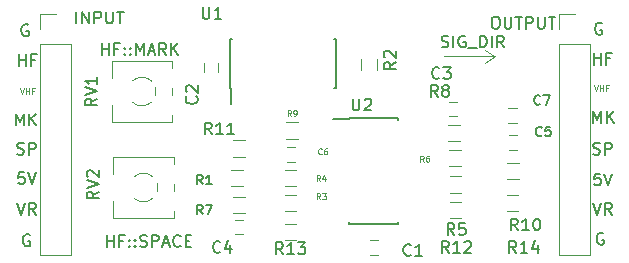
<source format=gbr>
%TF.GenerationSoftware,KiCad,Pcbnew,(5.1.10)-1*%
%TF.CreationDate,2023-08-07T22:14:49-05:00*%
%TF.ProjectId,auxFilter,61757846-696c-4746-9572-2e6b69636164,rev?*%
%TF.SameCoordinates,Original*%
%TF.FileFunction,Legend,Top*%
%TF.FilePolarity,Positive*%
%FSLAX46Y46*%
G04 Gerber Fmt 4.6, Leading zero omitted, Abs format (unit mm)*
G04 Created by KiCad (PCBNEW (5.1.10)-1) date 2023-08-07 22:14:49*
%MOMM*%
%LPD*%
G01*
G04 APERTURE LIST*
%ADD10C,0.150000*%
%ADD11C,0.120000*%
%ADD12C,0.125000*%
G04 APERTURE END LIST*
D10*
X153741738Y-95654880D02*
X153932214Y-95654880D01*
X154027452Y-95702500D01*
X154122690Y-95797738D01*
X154170309Y-95988214D01*
X154170309Y-96321547D01*
X154122690Y-96512023D01*
X154027452Y-96607261D01*
X153932214Y-96654880D01*
X153741738Y-96654880D01*
X153646500Y-96607261D01*
X153551261Y-96512023D01*
X153503642Y-96321547D01*
X153503642Y-95988214D01*
X153551261Y-95797738D01*
X153646500Y-95702500D01*
X153741738Y-95654880D01*
X154598880Y-95654880D02*
X154598880Y-96464404D01*
X154646500Y-96559642D01*
X154694119Y-96607261D01*
X154789357Y-96654880D01*
X154979833Y-96654880D01*
X155075071Y-96607261D01*
X155122690Y-96559642D01*
X155170309Y-96464404D01*
X155170309Y-95654880D01*
X155503642Y-95654880D02*
X156075071Y-95654880D01*
X155789357Y-96654880D02*
X155789357Y-95654880D01*
X156408404Y-96654880D02*
X156408404Y-95654880D01*
X156789357Y-95654880D01*
X156884595Y-95702500D01*
X156932214Y-95750119D01*
X156979833Y-95845357D01*
X156979833Y-95988214D01*
X156932214Y-96083452D01*
X156884595Y-96131071D01*
X156789357Y-96178690D01*
X156408404Y-96178690D01*
X157408404Y-95654880D02*
X157408404Y-96464404D01*
X157456023Y-96559642D01*
X157503642Y-96607261D01*
X157598880Y-96654880D01*
X157789357Y-96654880D01*
X157884595Y-96607261D01*
X157932214Y-96559642D01*
X157979833Y-96464404D01*
X157979833Y-95654880D01*
X158313166Y-95654880D02*
X158884595Y-95654880D01*
X158598880Y-96654880D02*
X158598880Y-95654880D01*
X118340428Y-96210380D02*
X118340428Y-95210380D01*
X118816619Y-96210380D02*
X118816619Y-95210380D01*
X119388047Y-96210380D01*
X119388047Y-95210380D01*
X119864238Y-96210380D02*
X119864238Y-95210380D01*
X120245190Y-95210380D01*
X120340428Y-95258000D01*
X120388047Y-95305619D01*
X120435666Y-95400857D01*
X120435666Y-95543714D01*
X120388047Y-95638952D01*
X120340428Y-95686571D01*
X120245190Y-95734190D01*
X119864238Y-95734190D01*
X120864238Y-95210380D02*
X120864238Y-96019904D01*
X120911857Y-96115142D01*
X120959476Y-96162761D01*
X121054714Y-96210380D01*
X121245190Y-96210380D01*
X121340428Y-96162761D01*
X121388047Y-96115142D01*
X121435666Y-96019904D01*
X121435666Y-95210380D01*
X121769000Y-95210380D02*
X122340428Y-95210380D01*
X122054714Y-96210380D02*
X122054714Y-95210380D01*
D11*
X153797000Y-98996500D02*
X152908000Y-99568000D01*
X153733500Y-98996500D02*
X152908000Y-98488500D01*
X149479000Y-98996500D02*
X153733500Y-98996500D01*
D10*
X149249142Y-98194761D02*
X149392000Y-98242380D01*
X149630095Y-98242380D01*
X149725333Y-98194761D01*
X149772952Y-98147142D01*
X149820571Y-98051904D01*
X149820571Y-97956666D01*
X149772952Y-97861428D01*
X149725333Y-97813809D01*
X149630095Y-97766190D01*
X149439619Y-97718571D01*
X149344380Y-97670952D01*
X149296761Y-97623333D01*
X149249142Y-97528095D01*
X149249142Y-97432857D01*
X149296761Y-97337619D01*
X149344380Y-97290000D01*
X149439619Y-97242380D01*
X149677714Y-97242380D01*
X149820571Y-97290000D01*
X150249142Y-98242380D02*
X150249142Y-97242380D01*
X151249142Y-97290000D02*
X151153904Y-97242380D01*
X151011047Y-97242380D01*
X150868190Y-97290000D01*
X150772952Y-97385238D01*
X150725333Y-97480476D01*
X150677714Y-97670952D01*
X150677714Y-97813809D01*
X150725333Y-98004285D01*
X150772952Y-98099523D01*
X150868190Y-98194761D01*
X151011047Y-98242380D01*
X151106285Y-98242380D01*
X151249142Y-98194761D01*
X151296761Y-98147142D01*
X151296761Y-97813809D01*
X151106285Y-97813809D01*
X151487238Y-98337619D02*
X152249142Y-98337619D01*
X152487238Y-98242380D02*
X152487238Y-97242380D01*
X152725333Y-97242380D01*
X152868190Y-97290000D01*
X152963428Y-97385238D01*
X153011047Y-97480476D01*
X153058666Y-97670952D01*
X153058666Y-97813809D01*
X153011047Y-98004285D01*
X152963428Y-98099523D01*
X152868190Y-98194761D01*
X152725333Y-98242380D01*
X152487238Y-98242380D01*
X153487238Y-98242380D02*
X153487238Y-97242380D01*
X154534857Y-98242380D02*
X154201523Y-97766190D01*
X153963428Y-98242380D02*
X153963428Y-97242380D01*
X154344380Y-97242380D01*
X154439619Y-97290000D01*
X154487238Y-97337619D01*
X154534857Y-97432857D01*
X154534857Y-97575714D01*
X154487238Y-97670952D01*
X154439619Y-97718571D01*
X154344380Y-97766190D01*
X153963428Y-97766190D01*
X162948904Y-113990500D02*
X162853666Y-113942880D01*
X162710809Y-113942880D01*
X162567952Y-113990500D01*
X162472714Y-114085738D01*
X162425095Y-114180976D01*
X162377476Y-114371452D01*
X162377476Y-114514309D01*
X162425095Y-114704785D01*
X162472714Y-114800023D01*
X162567952Y-114895261D01*
X162710809Y-114942880D01*
X162806047Y-114942880D01*
X162948904Y-114895261D01*
X162996523Y-114847642D01*
X162996523Y-114514309D01*
X162806047Y-114514309D01*
X162107666Y-111402880D02*
X162441000Y-112402880D01*
X162774333Y-111402880D01*
X163679095Y-112402880D02*
X163345761Y-111926690D01*
X163107666Y-112402880D02*
X163107666Y-111402880D01*
X163488619Y-111402880D01*
X163583857Y-111450500D01*
X163631476Y-111498119D01*
X163679095Y-111593357D01*
X163679095Y-111736214D01*
X163631476Y-111831452D01*
X163583857Y-111879071D01*
X163488619Y-111926690D01*
X163107666Y-111926690D01*
X162687023Y-108926380D02*
X162210833Y-108926380D01*
X162163214Y-109402571D01*
X162210833Y-109354952D01*
X162306071Y-109307333D01*
X162544166Y-109307333D01*
X162639404Y-109354952D01*
X162687023Y-109402571D01*
X162734642Y-109497809D01*
X162734642Y-109735904D01*
X162687023Y-109831142D01*
X162639404Y-109878761D01*
X162544166Y-109926380D01*
X162306071Y-109926380D01*
X162210833Y-109878761D01*
X162163214Y-109831142D01*
X163020357Y-108926380D02*
X163353690Y-109926380D01*
X163687023Y-108926380D01*
X162091785Y-107275261D02*
X162234642Y-107322880D01*
X162472738Y-107322880D01*
X162567976Y-107275261D01*
X162615595Y-107227642D01*
X162663214Y-107132404D01*
X162663214Y-107037166D01*
X162615595Y-106941928D01*
X162567976Y-106894309D01*
X162472738Y-106846690D01*
X162282261Y-106799071D01*
X162187023Y-106751452D01*
X162139404Y-106703833D01*
X162091785Y-106608595D01*
X162091785Y-106513357D01*
X162139404Y-106418119D01*
X162187023Y-106370500D01*
X162282261Y-106322880D01*
X162520357Y-106322880D01*
X162663214Y-106370500D01*
X163091785Y-107322880D02*
X163091785Y-106322880D01*
X163472738Y-106322880D01*
X163567976Y-106370500D01*
X163615595Y-106418119D01*
X163663214Y-106513357D01*
X163663214Y-106656214D01*
X163615595Y-106751452D01*
X163567976Y-106799071D01*
X163472738Y-106846690D01*
X163091785Y-106846690D01*
X162107666Y-104655880D02*
X162107666Y-103655880D01*
X162441000Y-104370166D01*
X162774333Y-103655880D01*
X162774333Y-104655880D01*
X163250523Y-104655880D02*
X163250523Y-103655880D01*
X163821952Y-104655880D02*
X163393380Y-104084452D01*
X163821952Y-103655880D02*
X163250523Y-104227309D01*
D12*
X162171142Y-101453190D02*
X162337809Y-101953190D01*
X162504476Y-101453190D01*
X162671142Y-101953190D02*
X162671142Y-101453190D01*
X162671142Y-101691285D02*
X162956857Y-101691285D01*
X162956857Y-101953190D02*
X162956857Y-101453190D01*
X163361619Y-101691285D02*
X163194952Y-101691285D01*
X163194952Y-101953190D02*
X163194952Y-101453190D01*
X163433047Y-101453190D01*
D10*
X162163214Y-99702880D02*
X162163214Y-98702880D01*
X162163214Y-99179071D02*
X162734642Y-99179071D01*
X162734642Y-99702880D02*
X162734642Y-98702880D01*
X163544166Y-99179071D02*
X163210833Y-99179071D01*
X163210833Y-99702880D02*
X163210833Y-98702880D01*
X163687023Y-98702880D01*
X162821904Y-96210500D02*
X162726666Y-96162880D01*
X162583809Y-96162880D01*
X162440952Y-96210500D01*
X162345714Y-96305738D01*
X162298095Y-96400976D01*
X162250476Y-96591452D01*
X162250476Y-96734309D01*
X162298095Y-96924785D01*
X162345714Y-97020023D01*
X162440952Y-97115261D01*
X162583809Y-97162880D01*
X162679047Y-97162880D01*
X162821904Y-97115261D01*
X162869523Y-97067642D01*
X162869523Y-96734309D01*
X162679047Y-96734309D01*
X114371404Y-114117500D02*
X114276166Y-114069880D01*
X114133309Y-114069880D01*
X113990452Y-114117500D01*
X113895214Y-114212738D01*
X113847595Y-114307976D01*
X113799976Y-114498452D01*
X113799976Y-114641309D01*
X113847595Y-114831785D01*
X113895214Y-114927023D01*
X113990452Y-115022261D01*
X114133309Y-115069880D01*
X114228547Y-115069880D01*
X114371404Y-115022261D01*
X114419023Y-114974642D01*
X114419023Y-114641309D01*
X114228547Y-114641309D01*
X113339666Y-111402880D02*
X113673000Y-112402880D01*
X114006333Y-111402880D01*
X114911095Y-112402880D02*
X114577761Y-111926690D01*
X114339666Y-112402880D02*
X114339666Y-111402880D01*
X114720619Y-111402880D01*
X114815857Y-111450500D01*
X114863476Y-111498119D01*
X114911095Y-111593357D01*
X114911095Y-111736214D01*
X114863476Y-111831452D01*
X114815857Y-111879071D01*
X114720619Y-111926690D01*
X114339666Y-111926690D01*
X113919023Y-108799380D02*
X113442833Y-108799380D01*
X113395214Y-109275571D01*
X113442833Y-109227952D01*
X113538071Y-109180333D01*
X113776166Y-109180333D01*
X113871404Y-109227952D01*
X113919023Y-109275571D01*
X113966642Y-109370809D01*
X113966642Y-109608904D01*
X113919023Y-109704142D01*
X113871404Y-109751761D01*
X113776166Y-109799380D01*
X113538071Y-109799380D01*
X113442833Y-109751761D01*
X113395214Y-109704142D01*
X114252357Y-108799380D02*
X114585690Y-109799380D01*
X114919023Y-108799380D01*
X113323785Y-107275261D02*
X113466642Y-107322880D01*
X113704738Y-107322880D01*
X113799976Y-107275261D01*
X113847595Y-107227642D01*
X113895214Y-107132404D01*
X113895214Y-107037166D01*
X113847595Y-106941928D01*
X113799976Y-106894309D01*
X113704738Y-106846690D01*
X113514261Y-106799071D01*
X113419023Y-106751452D01*
X113371404Y-106703833D01*
X113323785Y-106608595D01*
X113323785Y-106513357D01*
X113371404Y-106418119D01*
X113419023Y-106370500D01*
X113514261Y-106322880D01*
X113752357Y-106322880D01*
X113895214Y-106370500D01*
X114323785Y-107322880D02*
X114323785Y-106322880D01*
X114704738Y-106322880D01*
X114799976Y-106370500D01*
X114847595Y-106418119D01*
X114895214Y-106513357D01*
X114895214Y-106656214D01*
X114847595Y-106751452D01*
X114799976Y-106799071D01*
X114704738Y-106846690D01*
X114323785Y-106846690D01*
X113212666Y-104846380D02*
X113212666Y-103846380D01*
X113546000Y-104560666D01*
X113879333Y-103846380D01*
X113879333Y-104846380D01*
X114355523Y-104846380D02*
X114355523Y-103846380D01*
X114926952Y-104846380D02*
X114498380Y-104274952D01*
X114926952Y-103846380D02*
X114355523Y-104417809D01*
D12*
X113530142Y-101707190D02*
X113696809Y-102207190D01*
X113863476Y-101707190D01*
X114030142Y-102207190D02*
X114030142Y-101707190D01*
X114030142Y-101945285D02*
X114315857Y-101945285D01*
X114315857Y-102207190D02*
X114315857Y-101707190D01*
X114720619Y-101945285D02*
X114553952Y-101945285D01*
X114553952Y-102207190D02*
X114553952Y-101707190D01*
X114792047Y-101707190D01*
D10*
X113458714Y-99829880D02*
X113458714Y-98829880D01*
X113458714Y-99306071D02*
X114030142Y-99306071D01*
X114030142Y-99829880D02*
X114030142Y-98829880D01*
X114839666Y-99306071D02*
X114506333Y-99306071D01*
X114506333Y-99829880D02*
X114506333Y-98829880D01*
X114982523Y-98829880D01*
X114244404Y-96337500D02*
X114149166Y-96289880D01*
X114006309Y-96289880D01*
X113863452Y-96337500D01*
X113768214Y-96432738D01*
X113720595Y-96527976D01*
X113672976Y-96718452D01*
X113672976Y-96861309D01*
X113720595Y-97051785D01*
X113768214Y-97147023D01*
X113863452Y-97242261D01*
X114006309Y-97289880D01*
X114101547Y-97289880D01*
X114244404Y-97242261D01*
X114292023Y-97194642D01*
X114292023Y-96861309D01*
X114101547Y-96861309D01*
X120912380Y-115133380D02*
X120912380Y-114133380D01*
X120912380Y-114609571D02*
X121483809Y-114609571D01*
X121483809Y-115133380D02*
X121483809Y-114133380D01*
X122293333Y-114609571D02*
X121960000Y-114609571D01*
X121960000Y-115133380D02*
X121960000Y-114133380D01*
X122436190Y-114133380D01*
X122817142Y-115038142D02*
X122864761Y-115085761D01*
X122817142Y-115133380D01*
X122769523Y-115085761D01*
X122817142Y-115038142D01*
X122817142Y-115133380D01*
X122817142Y-114514333D02*
X122864761Y-114561952D01*
X122817142Y-114609571D01*
X122769523Y-114561952D01*
X122817142Y-114514333D01*
X122817142Y-114609571D01*
X123293333Y-115038142D02*
X123340952Y-115085761D01*
X123293333Y-115133380D01*
X123245714Y-115085761D01*
X123293333Y-115038142D01*
X123293333Y-115133380D01*
X123293333Y-114514333D02*
X123340952Y-114561952D01*
X123293333Y-114609571D01*
X123245714Y-114561952D01*
X123293333Y-114514333D01*
X123293333Y-114609571D01*
X123721904Y-115085761D02*
X123864761Y-115133380D01*
X124102857Y-115133380D01*
X124198095Y-115085761D01*
X124245714Y-115038142D01*
X124293333Y-114942904D01*
X124293333Y-114847666D01*
X124245714Y-114752428D01*
X124198095Y-114704809D01*
X124102857Y-114657190D01*
X123912380Y-114609571D01*
X123817142Y-114561952D01*
X123769523Y-114514333D01*
X123721904Y-114419095D01*
X123721904Y-114323857D01*
X123769523Y-114228619D01*
X123817142Y-114181000D01*
X123912380Y-114133380D01*
X124150476Y-114133380D01*
X124293333Y-114181000D01*
X124721904Y-115133380D02*
X124721904Y-114133380D01*
X125102857Y-114133380D01*
X125198095Y-114181000D01*
X125245714Y-114228619D01*
X125293333Y-114323857D01*
X125293333Y-114466714D01*
X125245714Y-114561952D01*
X125198095Y-114609571D01*
X125102857Y-114657190D01*
X124721904Y-114657190D01*
X125674285Y-114847666D02*
X126150476Y-114847666D01*
X125579047Y-115133380D02*
X125912380Y-114133380D01*
X126245714Y-115133380D01*
X127150476Y-115038142D02*
X127102857Y-115085761D01*
X126960000Y-115133380D01*
X126864761Y-115133380D01*
X126721904Y-115085761D01*
X126626666Y-114990523D01*
X126579047Y-114895285D01*
X126531428Y-114704809D01*
X126531428Y-114561952D01*
X126579047Y-114371476D01*
X126626666Y-114276238D01*
X126721904Y-114181000D01*
X126864761Y-114133380D01*
X126960000Y-114133380D01*
X127102857Y-114181000D01*
X127150476Y-114228619D01*
X127579047Y-114609571D02*
X127912380Y-114609571D01*
X128055238Y-115133380D02*
X127579047Y-115133380D01*
X127579047Y-114133380D01*
X128055238Y-114133380D01*
X120507523Y-98877380D02*
X120507523Y-97877380D01*
X120507523Y-98353571D02*
X121078952Y-98353571D01*
X121078952Y-98877380D02*
X121078952Y-97877380D01*
X121888476Y-98353571D02*
X121555142Y-98353571D01*
X121555142Y-98877380D02*
X121555142Y-97877380D01*
X122031333Y-97877380D01*
X122412285Y-98782142D02*
X122459904Y-98829761D01*
X122412285Y-98877380D01*
X122364666Y-98829761D01*
X122412285Y-98782142D01*
X122412285Y-98877380D01*
X122412285Y-98258333D02*
X122459904Y-98305952D01*
X122412285Y-98353571D01*
X122364666Y-98305952D01*
X122412285Y-98258333D01*
X122412285Y-98353571D01*
X122888476Y-98782142D02*
X122936095Y-98829761D01*
X122888476Y-98877380D01*
X122840857Y-98829761D01*
X122888476Y-98782142D01*
X122888476Y-98877380D01*
X122888476Y-98258333D02*
X122936095Y-98305952D01*
X122888476Y-98353571D01*
X122840857Y-98305952D01*
X122888476Y-98258333D01*
X122888476Y-98353571D01*
X123364666Y-98877380D02*
X123364666Y-97877380D01*
X123698000Y-98591666D01*
X124031333Y-97877380D01*
X124031333Y-98877380D01*
X124459904Y-98591666D02*
X124936095Y-98591666D01*
X124364666Y-98877380D02*
X124698000Y-97877380D01*
X125031333Y-98877380D01*
X125936095Y-98877380D02*
X125602761Y-98401190D01*
X125364666Y-98877380D02*
X125364666Y-97877380D01*
X125745619Y-97877380D01*
X125840857Y-97925000D01*
X125888476Y-97972619D01*
X125936095Y-98067857D01*
X125936095Y-98210714D01*
X125888476Y-98305952D01*
X125840857Y-98353571D01*
X125745619Y-98401190D01*
X125364666Y-98401190D01*
X126364666Y-98877380D02*
X126364666Y-97877380D01*
X126936095Y-98877380D02*
X126507523Y-98305952D01*
X126936095Y-97877380D02*
X126364666Y-98448809D01*
D11*
%TO.C,C1*%
X143160000Y-114589000D02*
X143860000Y-114589000D01*
X143860000Y-115789000D02*
X143160000Y-115789000D01*
%TO.C,C2*%
X129130500Y-100301500D02*
X129130500Y-99601500D01*
X130330500Y-99601500D02*
X130330500Y-100301500D01*
%TO.C,C3*%
X149878300Y-102879600D02*
X150578300Y-102879600D01*
X150578300Y-104079600D02*
X149878300Y-104079600D01*
%TO.C,C4*%
X131730000Y-112874500D02*
X132430000Y-112874500D01*
X132430000Y-114074500D02*
X131730000Y-114074500D01*
%TO.C,C5*%
X155671000Y-106899000D02*
X154971000Y-106899000D01*
X154971000Y-105699000D02*
X155671000Y-105699000D01*
%TO.C,C6*%
X136875000Y-107915000D02*
X136175000Y-107915000D01*
X136175000Y-106715000D02*
X136875000Y-106715000D01*
%TO.C,C7*%
X154907500Y-103413000D02*
X155607500Y-103413000D01*
X155607500Y-104613000D02*
X154907500Y-104613000D01*
%TO.C,J1*%
X115256000Y-95380500D02*
X116586000Y-95380500D01*
X115256000Y-96710500D02*
X115256000Y-95380500D01*
X115256000Y-97980500D02*
X117916000Y-97980500D01*
X117916000Y-97980500D02*
X117916000Y-115820500D01*
X115256000Y-97980500D02*
X115256000Y-115820500D01*
X115256000Y-115820500D02*
X117916000Y-115820500D01*
%TO.C,J2*%
X159198000Y-115820500D02*
X161858000Y-115820500D01*
X159198000Y-97980500D02*
X159198000Y-115820500D01*
X161858000Y-97980500D02*
X161858000Y-115820500D01*
X159198000Y-97980500D02*
X161858000Y-97980500D01*
X159198000Y-96710500D02*
X159198000Y-95380500D01*
X159198000Y-95380500D02*
X160528000Y-95380500D01*
%TO.C,R1*%
X131453000Y-108603500D02*
X132453000Y-108603500D01*
X132453000Y-109963500D02*
X131453000Y-109963500D01*
%TO.C,R2*%
X142449000Y-100195000D02*
X142449000Y-99195000D01*
X143809000Y-99195000D02*
X143809000Y-100195000D01*
%TO.C,R3*%
X136961500Y-112122500D02*
X135961500Y-112122500D01*
X135961500Y-110762500D02*
X136961500Y-110762500D01*
%TO.C,R4*%
X135961500Y-108603500D02*
X136961500Y-108603500D01*
X136961500Y-109963500D02*
X135961500Y-109963500D01*
%TO.C,R5*%
X149931500Y-109175000D02*
X150931500Y-109175000D01*
X150931500Y-110535000D02*
X149931500Y-110535000D01*
%TO.C,R6*%
X150868000Y-108312500D02*
X149868000Y-108312500D01*
X149868000Y-106952500D02*
X150868000Y-106952500D01*
%TO.C,R7*%
X132580000Y-112249500D02*
X131580000Y-112249500D01*
X131580000Y-110889500D02*
X132580000Y-110889500D01*
%TO.C,R8*%
X149825000Y-104793500D02*
X150825000Y-104793500D01*
X150825000Y-106153500D02*
X149825000Y-106153500D01*
%TO.C,R9*%
X137088500Y-105963000D02*
X136088500Y-105963000D01*
X136088500Y-104603000D02*
X137088500Y-104603000D01*
%TO.C,R10*%
X154821000Y-108032000D02*
X155821000Y-108032000D01*
X155821000Y-109392000D02*
X154821000Y-109392000D01*
%TO.C,R11*%
X132580000Y-107487000D02*
X131580000Y-107487000D01*
X131580000Y-106127000D02*
X132580000Y-106127000D01*
%TO.C,R12*%
X149931500Y-111334000D02*
X150931500Y-111334000D01*
X150931500Y-112694000D02*
X149931500Y-112694000D01*
%TO.C,R13*%
X136961500Y-114535500D02*
X135961500Y-114535500D01*
X135961500Y-113175500D02*
X136961500Y-113175500D01*
%TO.C,R14*%
X154757500Y-110762500D02*
X155757500Y-110762500D01*
X155757500Y-112122500D02*
X154757500Y-112122500D01*
%TO.C,RV1*%
X121328500Y-99421000D02*
X126448500Y-99421000D01*
X121328500Y-104541000D02*
X126448500Y-104541000D01*
X121328500Y-99421000D02*
X121328500Y-100801000D01*
X121328500Y-103161000D02*
X121328500Y-104541000D01*
X126448500Y-99421000D02*
X126448500Y-100001000D01*
X126448500Y-101661000D02*
X126448500Y-102301000D01*
X126448500Y-103961000D02*
X126448500Y-104541000D01*
X124713718Y-102865938D02*
G75*
G02*
X123888500Y-103191000I-825218J884938D01*
G01*
X125047110Y-101646149D02*
G75*
G02*
X125048500Y-102311000I-1158610J-334851D01*
G01*
X123068542Y-101091636D02*
G75*
G02*
X124718500Y-101101000I819958J-889364D01*
G01*
X123909694Y-103197778D02*
G75*
G02*
X123058500Y-102871000I-21194J1216778D01*
G01*
%TO.C,RV2*%
X126575500Y-112089000D02*
X126575500Y-112669000D01*
X126575500Y-109789000D02*
X126575500Y-110429000D01*
X126575500Y-107549000D02*
X126575500Y-108129000D01*
X121455500Y-111289000D02*
X121455500Y-112669000D01*
X121455500Y-107549000D02*
X121455500Y-108929000D01*
X121455500Y-112669000D02*
X126575500Y-112669000D01*
X121455500Y-107549000D02*
X126575500Y-107549000D01*
X124036694Y-111325778D02*
G75*
G02*
X123185500Y-110999000I-21194J1216778D01*
G01*
X123195542Y-109219636D02*
G75*
G02*
X124845500Y-109229000I819958J-889364D01*
G01*
X125174110Y-109774149D02*
G75*
G02*
X125175500Y-110439000I-1158610J-334851D01*
G01*
X124840718Y-110993938D02*
G75*
G02*
X124015500Y-111319000I-825218J884938D01*
G01*
D10*
%TO.C,U1*%
X131376500Y-101706500D02*
X131401500Y-101706500D01*
X131376500Y-97556500D02*
X131491500Y-97556500D01*
X140276500Y-97556500D02*
X140161500Y-97556500D01*
X140276500Y-101706500D02*
X140161500Y-101706500D01*
X131376500Y-101706500D02*
X131376500Y-97556500D01*
X140276500Y-101706500D02*
X140276500Y-97556500D01*
X131401500Y-101706500D02*
X131401500Y-103081500D01*
%TO.C,U2*%
X141435000Y-104287000D02*
X140060000Y-104287000D01*
X141435000Y-113162000D02*
X145585000Y-113162000D01*
X141435000Y-104262000D02*
X145585000Y-104262000D01*
X141435000Y-113162000D02*
X141435000Y-113047000D01*
X145585000Y-113162000D02*
X145585000Y-113047000D01*
X145585000Y-104262000D02*
X145585000Y-104377000D01*
X141435000Y-104262000D02*
X141435000Y-104287000D01*
%TO.C,C1*%
X146645333Y-115800142D02*
X146597714Y-115847761D01*
X146454857Y-115895380D01*
X146359619Y-115895380D01*
X146216761Y-115847761D01*
X146121523Y-115752523D01*
X146073904Y-115657285D01*
X146026285Y-115466809D01*
X146026285Y-115323952D01*
X146073904Y-115133476D01*
X146121523Y-115038238D01*
X146216761Y-114943000D01*
X146359619Y-114895380D01*
X146454857Y-114895380D01*
X146597714Y-114943000D01*
X146645333Y-114990619D01*
X147597714Y-115895380D02*
X147026285Y-115895380D01*
X147312000Y-115895380D02*
X147312000Y-114895380D01*
X147216761Y-115038238D01*
X147121523Y-115133476D01*
X147026285Y-115181095D01*
%TO.C,C2*%
X128500142Y-102401666D02*
X128547761Y-102449285D01*
X128595380Y-102592142D01*
X128595380Y-102687380D01*
X128547761Y-102830238D01*
X128452523Y-102925476D01*
X128357285Y-102973095D01*
X128166809Y-103020714D01*
X128023952Y-103020714D01*
X127833476Y-102973095D01*
X127738238Y-102925476D01*
X127643000Y-102830238D01*
X127595380Y-102687380D01*
X127595380Y-102592142D01*
X127643000Y-102449285D01*
X127690619Y-102401666D01*
X127690619Y-102020714D02*
X127643000Y-101973095D01*
X127595380Y-101877857D01*
X127595380Y-101639761D01*
X127643000Y-101544523D01*
X127690619Y-101496904D01*
X127785857Y-101449285D01*
X127881095Y-101449285D01*
X128023952Y-101496904D01*
X128595380Y-102068333D01*
X128595380Y-101449285D01*
%TO.C,C3*%
X149058333Y-100814142D02*
X149010714Y-100861761D01*
X148867857Y-100909380D01*
X148772619Y-100909380D01*
X148629761Y-100861761D01*
X148534523Y-100766523D01*
X148486904Y-100671285D01*
X148439285Y-100480809D01*
X148439285Y-100337952D01*
X148486904Y-100147476D01*
X148534523Y-100052238D01*
X148629761Y-99957000D01*
X148772619Y-99909380D01*
X148867857Y-99909380D01*
X149010714Y-99957000D01*
X149058333Y-100004619D01*
X149391666Y-99909380D02*
X150010714Y-99909380D01*
X149677380Y-100290333D01*
X149820238Y-100290333D01*
X149915476Y-100337952D01*
X149963095Y-100385571D01*
X150010714Y-100480809D01*
X150010714Y-100718904D01*
X149963095Y-100814142D01*
X149915476Y-100861761D01*
X149820238Y-100909380D01*
X149534523Y-100909380D01*
X149439285Y-100861761D01*
X149391666Y-100814142D01*
%TO.C,C4*%
X130516333Y-115546142D02*
X130468714Y-115593761D01*
X130325857Y-115641380D01*
X130230619Y-115641380D01*
X130087761Y-115593761D01*
X129992523Y-115498523D01*
X129944904Y-115403285D01*
X129897285Y-115212809D01*
X129897285Y-115069952D01*
X129944904Y-114879476D01*
X129992523Y-114784238D01*
X130087761Y-114689000D01*
X130230619Y-114641380D01*
X130325857Y-114641380D01*
X130468714Y-114689000D01*
X130516333Y-114736619D01*
X131373476Y-114974714D02*
X131373476Y-115641380D01*
X131135380Y-114593761D02*
X130897285Y-115308047D01*
X131516333Y-115308047D01*
%TO.C,C5*%
X157727666Y-105695714D02*
X157689571Y-105733809D01*
X157575285Y-105771904D01*
X157499095Y-105771904D01*
X157384809Y-105733809D01*
X157308619Y-105657619D01*
X157270523Y-105581428D01*
X157232428Y-105429047D01*
X157232428Y-105314761D01*
X157270523Y-105162380D01*
X157308619Y-105086190D01*
X157384809Y-105010000D01*
X157499095Y-104971904D01*
X157575285Y-104971904D01*
X157689571Y-105010000D01*
X157727666Y-105048095D01*
X158451476Y-104971904D02*
X158070523Y-104971904D01*
X158032428Y-105352857D01*
X158070523Y-105314761D01*
X158146714Y-105276666D01*
X158337190Y-105276666D01*
X158413380Y-105314761D01*
X158451476Y-105352857D01*
X158489571Y-105429047D01*
X158489571Y-105619523D01*
X158451476Y-105695714D01*
X158413380Y-105733809D01*
X158337190Y-105771904D01*
X158146714Y-105771904D01*
X158070523Y-105733809D01*
X158032428Y-105695714D01*
%TO.C,C6*%
D12*
X139108666Y-107239571D02*
X139084857Y-107263380D01*
X139013428Y-107287190D01*
X138965809Y-107287190D01*
X138894380Y-107263380D01*
X138846761Y-107215761D01*
X138822952Y-107168142D01*
X138799142Y-107072904D01*
X138799142Y-107001476D01*
X138822952Y-106906238D01*
X138846761Y-106858619D01*
X138894380Y-106811000D01*
X138965809Y-106787190D01*
X139013428Y-106787190D01*
X139084857Y-106811000D01*
X139108666Y-106834809D01*
X139537238Y-106787190D02*
X139442000Y-106787190D01*
X139394380Y-106811000D01*
X139370571Y-106834809D01*
X139322952Y-106906238D01*
X139299142Y-107001476D01*
X139299142Y-107191952D01*
X139322952Y-107239571D01*
X139346761Y-107263380D01*
X139394380Y-107287190D01*
X139489619Y-107287190D01*
X139537238Y-107263380D01*
X139561047Y-107239571D01*
X139584857Y-107191952D01*
X139584857Y-107072904D01*
X139561047Y-107025285D01*
X139537238Y-107001476D01*
X139489619Y-106977666D01*
X139394380Y-106977666D01*
X139346761Y-107001476D01*
X139322952Y-107025285D01*
X139299142Y-107072904D01*
%TO.C,C7*%
D10*
X157600666Y-103028714D02*
X157562571Y-103066809D01*
X157448285Y-103104904D01*
X157372095Y-103104904D01*
X157257809Y-103066809D01*
X157181619Y-102990619D01*
X157143523Y-102914428D01*
X157105428Y-102762047D01*
X157105428Y-102647761D01*
X157143523Y-102495380D01*
X157181619Y-102419190D01*
X157257809Y-102343000D01*
X157372095Y-102304904D01*
X157448285Y-102304904D01*
X157562571Y-102343000D01*
X157600666Y-102381095D01*
X157867333Y-102304904D02*
X158400666Y-102304904D01*
X158057809Y-103104904D01*
%TO.C,R1*%
X129025666Y-109835904D02*
X128759000Y-109454952D01*
X128568523Y-109835904D02*
X128568523Y-109035904D01*
X128873285Y-109035904D01*
X128949476Y-109074000D01*
X128987571Y-109112095D01*
X129025666Y-109188285D01*
X129025666Y-109302571D01*
X128987571Y-109378761D01*
X128949476Y-109416857D01*
X128873285Y-109454952D01*
X128568523Y-109454952D01*
X129787571Y-109835904D02*
X129330428Y-109835904D01*
X129559000Y-109835904D02*
X129559000Y-109035904D01*
X129482809Y-109150190D01*
X129406619Y-109226380D01*
X129330428Y-109264476D01*
%TO.C,R2*%
X145359380Y-99480666D02*
X144883190Y-99814000D01*
X145359380Y-100052095D02*
X144359380Y-100052095D01*
X144359380Y-99671142D01*
X144407000Y-99575904D01*
X144454619Y-99528285D01*
X144549857Y-99480666D01*
X144692714Y-99480666D01*
X144787952Y-99528285D01*
X144835571Y-99575904D01*
X144883190Y-99671142D01*
X144883190Y-100052095D01*
X144454619Y-99099714D02*
X144407000Y-99052095D01*
X144359380Y-98956857D01*
X144359380Y-98718761D01*
X144407000Y-98623523D01*
X144454619Y-98575904D01*
X144549857Y-98528285D01*
X144645095Y-98528285D01*
X144787952Y-98575904D01*
X145359380Y-99147333D01*
X145359380Y-98528285D01*
%TO.C,R3*%
D12*
X138981666Y-111097190D02*
X138815000Y-110859095D01*
X138695952Y-111097190D02*
X138695952Y-110597190D01*
X138886428Y-110597190D01*
X138934047Y-110621000D01*
X138957857Y-110644809D01*
X138981666Y-110692428D01*
X138981666Y-110763857D01*
X138957857Y-110811476D01*
X138934047Y-110835285D01*
X138886428Y-110859095D01*
X138695952Y-110859095D01*
X139148333Y-110597190D02*
X139457857Y-110597190D01*
X139291190Y-110787666D01*
X139362619Y-110787666D01*
X139410238Y-110811476D01*
X139434047Y-110835285D01*
X139457857Y-110882904D01*
X139457857Y-111001952D01*
X139434047Y-111049571D01*
X139410238Y-111073380D01*
X139362619Y-111097190D01*
X139219761Y-111097190D01*
X139172142Y-111073380D01*
X139148333Y-111049571D01*
%TO.C,R4*%
X138981666Y-109573190D02*
X138815000Y-109335095D01*
X138695952Y-109573190D02*
X138695952Y-109073190D01*
X138886428Y-109073190D01*
X138934047Y-109097000D01*
X138957857Y-109120809D01*
X138981666Y-109168428D01*
X138981666Y-109239857D01*
X138957857Y-109287476D01*
X138934047Y-109311285D01*
X138886428Y-109335095D01*
X138695952Y-109335095D01*
X139410238Y-109239857D02*
X139410238Y-109573190D01*
X139291190Y-109049380D02*
X139172142Y-109406523D01*
X139481666Y-109406523D01*
%TO.C,R5*%
D10*
X150328333Y-114117380D02*
X149995000Y-113641190D01*
X149756904Y-114117380D02*
X149756904Y-113117380D01*
X150137857Y-113117380D01*
X150233095Y-113165000D01*
X150280714Y-113212619D01*
X150328333Y-113307857D01*
X150328333Y-113450714D01*
X150280714Y-113545952D01*
X150233095Y-113593571D01*
X150137857Y-113641190D01*
X149756904Y-113641190D01*
X151233095Y-113117380D02*
X150756904Y-113117380D01*
X150709285Y-113593571D01*
X150756904Y-113545952D01*
X150852142Y-113498333D01*
X151090238Y-113498333D01*
X151185476Y-113545952D01*
X151233095Y-113593571D01*
X151280714Y-113688809D01*
X151280714Y-113926904D01*
X151233095Y-114022142D01*
X151185476Y-114069761D01*
X151090238Y-114117380D01*
X150852142Y-114117380D01*
X150756904Y-114069761D01*
X150709285Y-114022142D01*
%TO.C,R6*%
D12*
X147744666Y-107922190D02*
X147578000Y-107684095D01*
X147458952Y-107922190D02*
X147458952Y-107422190D01*
X147649428Y-107422190D01*
X147697047Y-107446000D01*
X147720857Y-107469809D01*
X147744666Y-107517428D01*
X147744666Y-107588857D01*
X147720857Y-107636476D01*
X147697047Y-107660285D01*
X147649428Y-107684095D01*
X147458952Y-107684095D01*
X148173238Y-107422190D02*
X148078000Y-107422190D01*
X148030380Y-107446000D01*
X148006571Y-107469809D01*
X147958952Y-107541238D01*
X147935142Y-107636476D01*
X147935142Y-107826952D01*
X147958952Y-107874571D01*
X147982761Y-107898380D01*
X148030380Y-107922190D01*
X148125619Y-107922190D01*
X148173238Y-107898380D01*
X148197047Y-107874571D01*
X148220857Y-107826952D01*
X148220857Y-107707904D01*
X148197047Y-107660285D01*
X148173238Y-107636476D01*
X148125619Y-107612666D01*
X148030380Y-107612666D01*
X147982761Y-107636476D01*
X147958952Y-107660285D01*
X147935142Y-107707904D01*
%TO.C,R7*%
D10*
X129025666Y-112375904D02*
X128759000Y-111994952D01*
X128568523Y-112375904D02*
X128568523Y-111575904D01*
X128873285Y-111575904D01*
X128949476Y-111614000D01*
X128987571Y-111652095D01*
X129025666Y-111728285D01*
X129025666Y-111842571D01*
X128987571Y-111918761D01*
X128949476Y-111956857D01*
X128873285Y-111994952D01*
X128568523Y-111994952D01*
X129292333Y-111575904D02*
X129825666Y-111575904D01*
X129482809Y-112375904D01*
%TO.C,R8*%
X148931333Y-102433380D02*
X148598000Y-101957190D01*
X148359904Y-102433380D02*
X148359904Y-101433380D01*
X148740857Y-101433380D01*
X148836095Y-101481000D01*
X148883714Y-101528619D01*
X148931333Y-101623857D01*
X148931333Y-101766714D01*
X148883714Y-101861952D01*
X148836095Y-101909571D01*
X148740857Y-101957190D01*
X148359904Y-101957190D01*
X149502761Y-101861952D02*
X149407523Y-101814333D01*
X149359904Y-101766714D01*
X149312285Y-101671476D01*
X149312285Y-101623857D01*
X149359904Y-101528619D01*
X149407523Y-101481000D01*
X149502761Y-101433380D01*
X149693238Y-101433380D01*
X149788476Y-101481000D01*
X149836095Y-101528619D01*
X149883714Y-101623857D01*
X149883714Y-101671476D01*
X149836095Y-101766714D01*
X149788476Y-101814333D01*
X149693238Y-101861952D01*
X149502761Y-101861952D01*
X149407523Y-101909571D01*
X149359904Y-101957190D01*
X149312285Y-102052428D01*
X149312285Y-102242904D01*
X149359904Y-102338142D01*
X149407523Y-102385761D01*
X149502761Y-102433380D01*
X149693238Y-102433380D01*
X149788476Y-102385761D01*
X149836095Y-102338142D01*
X149883714Y-102242904D01*
X149883714Y-102052428D01*
X149836095Y-101957190D01*
X149788476Y-101909571D01*
X149693238Y-101861952D01*
%TO.C,R9*%
D12*
X136505166Y-104059190D02*
X136338500Y-103821095D01*
X136219452Y-104059190D02*
X136219452Y-103559190D01*
X136409928Y-103559190D01*
X136457547Y-103583000D01*
X136481357Y-103606809D01*
X136505166Y-103654428D01*
X136505166Y-103725857D01*
X136481357Y-103773476D01*
X136457547Y-103797285D01*
X136409928Y-103821095D01*
X136219452Y-103821095D01*
X136743261Y-104059190D02*
X136838500Y-104059190D01*
X136886119Y-104035380D01*
X136909928Y-104011571D01*
X136957547Y-103940142D01*
X136981357Y-103844904D01*
X136981357Y-103654428D01*
X136957547Y-103606809D01*
X136933738Y-103583000D01*
X136886119Y-103559190D01*
X136790880Y-103559190D01*
X136743261Y-103583000D01*
X136719452Y-103606809D01*
X136695642Y-103654428D01*
X136695642Y-103773476D01*
X136719452Y-103821095D01*
X136743261Y-103844904D01*
X136790880Y-103868714D01*
X136886119Y-103868714D01*
X136933738Y-103844904D01*
X136957547Y-103821095D01*
X136981357Y-103773476D01*
%TO.C,R10*%
D10*
X155694142Y-113736380D02*
X155360809Y-113260190D01*
X155122714Y-113736380D02*
X155122714Y-112736380D01*
X155503666Y-112736380D01*
X155598904Y-112784000D01*
X155646523Y-112831619D01*
X155694142Y-112926857D01*
X155694142Y-113069714D01*
X155646523Y-113164952D01*
X155598904Y-113212571D01*
X155503666Y-113260190D01*
X155122714Y-113260190D01*
X156646523Y-113736380D02*
X156075095Y-113736380D01*
X156360809Y-113736380D02*
X156360809Y-112736380D01*
X156265571Y-112879238D01*
X156170333Y-112974476D01*
X156075095Y-113022095D01*
X157265571Y-112736380D02*
X157360809Y-112736380D01*
X157456047Y-112784000D01*
X157503666Y-112831619D01*
X157551285Y-112926857D01*
X157598904Y-113117333D01*
X157598904Y-113355428D01*
X157551285Y-113545904D01*
X157503666Y-113641142D01*
X157456047Y-113688761D01*
X157360809Y-113736380D01*
X157265571Y-113736380D01*
X157170333Y-113688761D01*
X157122714Y-113641142D01*
X157075095Y-113545904D01*
X157027476Y-113355428D01*
X157027476Y-113117333D01*
X157075095Y-112926857D01*
X157122714Y-112831619D01*
X157170333Y-112784000D01*
X157265571Y-112736380D01*
%TO.C,R11*%
X129786142Y-105608380D02*
X129452809Y-105132190D01*
X129214714Y-105608380D02*
X129214714Y-104608380D01*
X129595666Y-104608380D01*
X129690904Y-104656000D01*
X129738523Y-104703619D01*
X129786142Y-104798857D01*
X129786142Y-104941714D01*
X129738523Y-105036952D01*
X129690904Y-105084571D01*
X129595666Y-105132190D01*
X129214714Y-105132190D01*
X130738523Y-105608380D02*
X130167095Y-105608380D01*
X130452809Y-105608380D02*
X130452809Y-104608380D01*
X130357571Y-104751238D01*
X130262333Y-104846476D01*
X130167095Y-104894095D01*
X131690904Y-105608380D02*
X131119476Y-105608380D01*
X131405190Y-105608380D02*
X131405190Y-104608380D01*
X131309952Y-104751238D01*
X131214714Y-104846476D01*
X131119476Y-104894095D01*
%TO.C,R12*%
X149852142Y-115641380D02*
X149518809Y-115165190D01*
X149280714Y-115641380D02*
X149280714Y-114641380D01*
X149661666Y-114641380D01*
X149756904Y-114689000D01*
X149804523Y-114736619D01*
X149852142Y-114831857D01*
X149852142Y-114974714D01*
X149804523Y-115069952D01*
X149756904Y-115117571D01*
X149661666Y-115165190D01*
X149280714Y-115165190D01*
X150804523Y-115641380D02*
X150233095Y-115641380D01*
X150518809Y-115641380D02*
X150518809Y-114641380D01*
X150423571Y-114784238D01*
X150328333Y-114879476D01*
X150233095Y-114927095D01*
X151185476Y-114736619D02*
X151233095Y-114689000D01*
X151328333Y-114641380D01*
X151566428Y-114641380D01*
X151661666Y-114689000D01*
X151709285Y-114736619D01*
X151756904Y-114831857D01*
X151756904Y-114927095D01*
X151709285Y-115069952D01*
X151137857Y-115641380D01*
X151756904Y-115641380D01*
%TO.C,R13*%
X135818642Y-115757880D02*
X135485309Y-115281690D01*
X135247214Y-115757880D02*
X135247214Y-114757880D01*
X135628166Y-114757880D01*
X135723404Y-114805500D01*
X135771023Y-114853119D01*
X135818642Y-114948357D01*
X135818642Y-115091214D01*
X135771023Y-115186452D01*
X135723404Y-115234071D01*
X135628166Y-115281690D01*
X135247214Y-115281690D01*
X136771023Y-115757880D02*
X136199595Y-115757880D01*
X136485309Y-115757880D02*
X136485309Y-114757880D01*
X136390071Y-114900738D01*
X136294833Y-114995976D01*
X136199595Y-115043595D01*
X137104357Y-114757880D02*
X137723404Y-114757880D01*
X137390071Y-115138833D01*
X137532928Y-115138833D01*
X137628166Y-115186452D01*
X137675785Y-115234071D01*
X137723404Y-115329309D01*
X137723404Y-115567404D01*
X137675785Y-115662642D01*
X137628166Y-115710261D01*
X137532928Y-115757880D01*
X137247214Y-115757880D01*
X137151976Y-115710261D01*
X137104357Y-115662642D01*
%TO.C,R14*%
X155567142Y-115641380D02*
X155233809Y-115165190D01*
X154995714Y-115641380D02*
X154995714Y-114641380D01*
X155376666Y-114641380D01*
X155471904Y-114689000D01*
X155519523Y-114736619D01*
X155567142Y-114831857D01*
X155567142Y-114974714D01*
X155519523Y-115069952D01*
X155471904Y-115117571D01*
X155376666Y-115165190D01*
X154995714Y-115165190D01*
X156519523Y-115641380D02*
X155948095Y-115641380D01*
X156233809Y-115641380D02*
X156233809Y-114641380D01*
X156138571Y-114784238D01*
X156043333Y-114879476D01*
X155948095Y-114927095D01*
X157376666Y-114974714D02*
X157376666Y-115641380D01*
X157138571Y-114593761D02*
X156900476Y-115308047D01*
X157519523Y-115308047D01*
%TO.C,RV1*%
X120086380Y-102576238D02*
X119610190Y-102909571D01*
X120086380Y-103147666D02*
X119086380Y-103147666D01*
X119086380Y-102766714D01*
X119134000Y-102671476D01*
X119181619Y-102623857D01*
X119276857Y-102576238D01*
X119419714Y-102576238D01*
X119514952Y-102623857D01*
X119562571Y-102671476D01*
X119610190Y-102766714D01*
X119610190Y-103147666D01*
X119086380Y-102290523D02*
X120086380Y-101957190D01*
X119086380Y-101623857D01*
X120086380Y-100766714D02*
X120086380Y-101338142D01*
X120086380Y-101052428D02*
X119086380Y-101052428D01*
X119229238Y-101147666D01*
X119324476Y-101242904D01*
X119372095Y-101338142D01*
%TO.C,RV2*%
X120213380Y-110450238D02*
X119737190Y-110783571D01*
X120213380Y-111021666D02*
X119213380Y-111021666D01*
X119213380Y-110640714D01*
X119261000Y-110545476D01*
X119308619Y-110497857D01*
X119403857Y-110450238D01*
X119546714Y-110450238D01*
X119641952Y-110497857D01*
X119689571Y-110545476D01*
X119737190Y-110640714D01*
X119737190Y-111021666D01*
X119213380Y-110164523D02*
X120213380Y-109831190D01*
X119213380Y-109497857D01*
X119308619Y-109212142D02*
X119261000Y-109164523D01*
X119213380Y-109069285D01*
X119213380Y-108831190D01*
X119261000Y-108735952D01*
X119308619Y-108688333D01*
X119403857Y-108640714D01*
X119499095Y-108640714D01*
X119641952Y-108688333D01*
X120213380Y-109259761D01*
X120213380Y-108640714D01*
%TO.C,U1*%
X129032095Y-94829380D02*
X129032095Y-95638904D01*
X129079714Y-95734142D01*
X129127333Y-95781761D01*
X129222571Y-95829380D01*
X129413047Y-95829380D01*
X129508285Y-95781761D01*
X129555904Y-95734142D01*
X129603523Y-95638904D01*
X129603523Y-94829380D01*
X130603523Y-95829380D02*
X130032095Y-95829380D01*
X130317809Y-95829380D02*
X130317809Y-94829380D01*
X130222571Y-94972238D01*
X130127333Y-95067476D01*
X130032095Y-95115095D01*
%TO.C,U2*%
X141732095Y-102576380D02*
X141732095Y-103385904D01*
X141779714Y-103481142D01*
X141827333Y-103528761D01*
X141922571Y-103576380D01*
X142113047Y-103576380D01*
X142208285Y-103528761D01*
X142255904Y-103481142D01*
X142303523Y-103385904D01*
X142303523Y-102576380D01*
X142732095Y-102671619D02*
X142779714Y-102624000D01*
X142874952Y-102576380D01*
X143113047Y-102576380D01*
X143208285Y-102624000D01*
X143255904Y-102671619D01*
X143303523Y-102766857D01*
X143303523Y-102862095D01*
X143255904Y-103004952D01*
X142684476Y-103576380D01*
X143303523Y-103576380D01*
%TD*%
M02*

</source>
